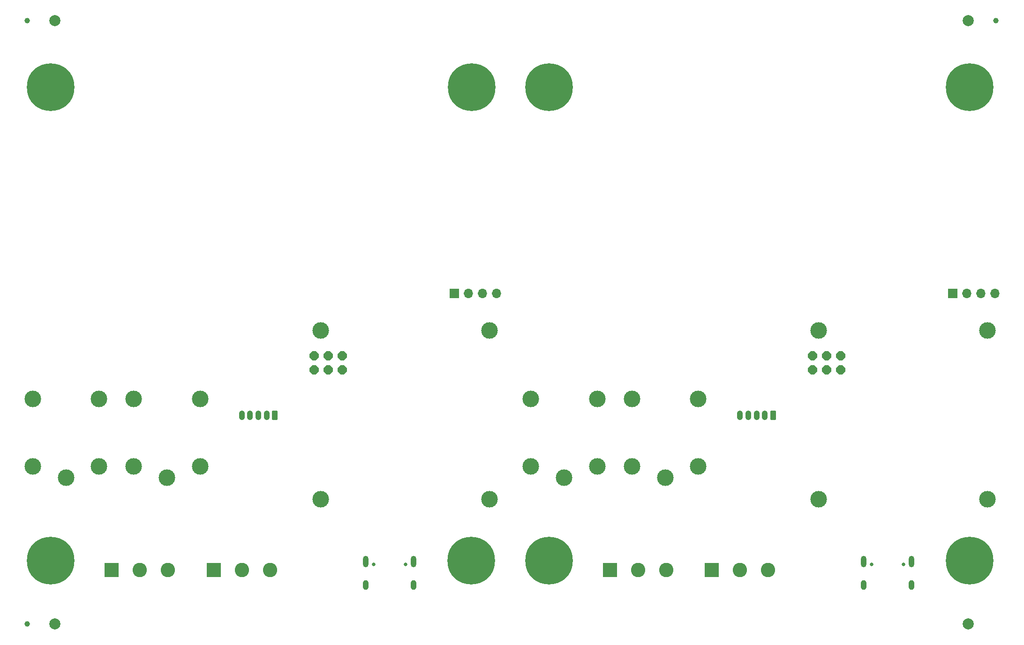
<source format=gbr>
%TF.GenerationSoftware,KiCad,Pcbnew,(7.0.0-0)*%
%TF.CreationDate,2023-03-25T06:16:28-04:00*%
%TF.ProjectId,KwartzLab-SensorBoard-Rev1-Panel,4b776172-747a-44c6-9162-2d53656e736f,1*%
%TF.SameCoordinates,Original*%
%TF.FileFunction,Soldermask,Bot*%
%TF.FilePolarity,Negative*%
%FSLAX46Y46*%
G04 Gerber Fmt 4.6, Leading zero omitted, Abs format (unit mm)*
G04 Created by KiCad (PCBNEW (7.0.0-0)) date 2023-03-25 06:16:28*
%MOMM*%
%LPD*%
G01*
G04 APERTURE LIST*
G04 Aperture macros list*
%AMRoundRect*
0 Rectangle with rounded corners*
0 $1 Rounding radius*
0 $2 $3 $4 $5 $6 $7 $8 $9 X,Y pos of 4 corners*
0 Add a 4 corners polygon primitive as box body*
4,1,4,$2,$3,$4,$5,$6,$7,$8,$9,$2,$3,0*
0 Add four circle primitives for the rounded corners*
1,1,$1+$1,$2,$3*
1,1,$1+$1,$4,$5*
1,1,$1+$1,$6,$7*
1,1,$1+$1,$8,$9*
0 Add four rect primitives between the rounded corners*
20,1,$1+$1,$2,$3,$4,$5,0*
20,1,$1+$1,$4,$5,$6,$7,0*
20,1,$1+$1,$6,$7,$8,$9,0*
20,1,$1+$1,$8,$9,$2,$3,0*%
%AMFreePoly0*
4,1,17,0.356937,0.810921,0.810921,0.356937,0.825800,0.321016,0.825800,-0.321016,0.810921,-0.356937,0.356937,-0.810921,0.321016,-0.825800,-0.321016,-0.825800,-0.356937,-0.810921,-0.810921,-0.356937,-0.825800,-0.321016,-0.825800,0.321016,-0.810921,0.356937,-0.356937,0.810921,-0.321016,0.825800,0.321016,0.825800,0.356937,0.810921,0.356937,0.810921,$1*%
G04 Aperture macros list end*
%ADD10C,0.900000*%
%ADD11C,8.600000*%
%ADD12C,2.000000*%
%ADD13R,1.700000X1.700000*%
%ADD14O,1.700000X1.700000*%
%ADD15RoundRect,0.250000X0.265000X0.615000X-0.265000X0.615000X-0.265000X-0.615000X0.265000X-0.615000X0*%
%ADD16O,1.030000X1.730000*%
%ADD17C,3.000000*%
%ADD18R,2.600000X2.600000*%
%ADD19C,2.600000*%
%ADD20FreePoly0,180.000000*%
%ADD21C,0.650000*%
%ADD22O,1.000000X2.100000*%
%ADD23O,1.000000X1.800000*%
%ADD24C,1.000000*%
G04 APERTURE END LIST*
D10*
%TO.C,H3*%
X129249994Y-34500000D03*
X130194575Y-32219581D03*
X130194575Y-36780419D03*
X132474994Y-31275000D03*
D11*
X132474994Y-34500000D03*
D10*
X132474994Y-37725000D03*
X134755413Y-32219581D03*
X134755413Y-36780419D03*
X135699994Y-34500000D03*
%TD*%
%TO.C,H3*%
X219207182Y-34500000D03*
X220151763Y-32219581D03*
X220151763Y-36780419D03*
X222432182Y-31275000D03*
D11*
X222432182Y-34500000D03*
D10*
X222432182Y-37725000D03*
X224712601Y-32219581D03*
X224712601Y-36780419D03*
X225657182Y-34500000D03*
%TD*%
%TO.C,H1*%
X53292806Y-120000000D03*
X54237387Y-117719581D03*
X54237387Y-122280419D03*
X56517806Y-116775000D03*
D11*
X56517806Y-120000000D03*
D10*
X56517806Y-123225000D03*
X58798225Y-117719581D03*
X58798225Y-122280419D03*
X59742806Y-120000000D03*
%TD*%
%TO.C,H1*%
X143249994Y-120000000D03*
X144194575Y-117719581D03*
X144194575Y-122280419D03*
X146474994Y-116775000D03*
D11*
X146474994Y-120000000D03*
D10*
X146474994Y-123225000D03*
X148755413Y-117719581D03*
X148755413Y-122280419D03*
X149699994Y-120000000D03*
%TD*%
D12*
%TO.C,REF\u002A\u002A*%
X57242806Y-22500000D03*
%TD*%
D13*
%TO.C,J1*%
X129412805Y-71749999D03*
D14*
X131952805Y-71749999D03*
X134492805Y-71749999D03*
X137032805Y-71749999D03*
%TD*%
D13*
%TO.C,J1*%
X219369993Y-71749999D03*
D14*
X221909993Y-71749999D03*
X224449993Y-71749999D03*
X226989993Y-71749999D03*
%TD*%
D10*
%TO.C,H4*%
X53292806Y-34500000D03*
X54237387Y-32219581D03*
X54237387Y-36780419D03*
X56517806Y-31275000D03*
D11*
X56517806Y-34500000D03*
D10*
X56517806Y-37725000D03*
X58798225Y-32219581D03*
X58798225Y-36780419D03*
X59742806Y-34500000D03*
%TD*%
%TO.C,H4*%
X143249994Y-34500000D03*
X144194575Y-32219581D03*
X144194575Y-36780419D03*
X146474994Y-31275000D03*
D11*
X146474994Y-34500000D03*
D10*
X146474994Y-37725000D03*
X148755413Y-32219581D03*
X148755413Y-36780419D03*
X149699994Y-34500000D03*
%TD*%
D15*
%TO.C,J3*%
X96992806Y-93750000D03*
D16*
X95492805Y-93749999D03*
X93992805Y-93749999D03*
X92492805Y-93749999D03*
X90992805Y-93749999D03*
%TD*%
D15*
%TO.C,J3*%
X186949994Y-93750000D03*
D16*
X185449993Y-93749999D03*
X183949993Y-93749999D03*
X182449993Y-93749999D03*
X180949993Y-93749999D03*
%TD*%
D17*
%TO.C,K2*%
X77492806Y-105050000D03*
X71492806Y-90850000D03*
X83492806Y-90850000D03*
X83492806Y-103050000D03*
X71492806Y-103050000D03*
%TD*%
%TO.C,K2*%
X167449994Y-105050000D03*
X161449994Y-90850000D03*
X173449994Y-90850000D03*
X173449994Y-103050000D03*
X161449994Y-103050000D03*
%TD*%
D10*
%TO.C,H2*%
X219194575Y-120000000D03*
X220139156Y-117719581D03*
X220139156Y-122280419D03*
X222419575Y-116775000D03*
D11*
X222419575Y-120000000D03*
D10*
X222419575Y-123225000D03*
X224699994Y-117719581D03*
X224699994Y-122280419D03*
X225644575Y-120000000D03*
%TD*%
%TO.C,H2*%
X129237387Y-120000000D03*
X130181968Y-117719581D03*
X130181968Y-122280419D03*
X132462387Y-116775000D03*
D11*
X132462387Y-120000000D03*
D10*
X132462387Y-123225000D03*
X134742806Y-117719581D03*
X134742806Y-122280419D03*
X135687387Y-120000000D03*
%TD*%
D18*
%TO.C,J6*%
X85907805Y-121749999D03*
D19*
X90987806Y-121750000D03*
X96067806Y-121750000D03*
%TD*%
D18*
%TO.C,J6*%
X175864993Y-121749999D03*
D19*
X180944994Y-121750000D03*
X186024994Y-121750000D03*
%TD*%
D18*
%TO.C,J5*%
X157449993Y-121749999D03*
D19*
X162529994Y-121750000D03*
X167609994Y-121750000D03*
%TD*%
D18*
%TO.C,J5*%
X67492805Y-121749999D03*
D19*
X72572806Y-121750000D03*
X77652806Y-121750000D03*
%TD*%
D12*
%TO.C,REF\u002A\u002A*%
X222157194Y-22500000D03*
%TD*%
D17*
%TO.C,J4*%
X225673122Y-108944944D03*
X225673122Y-78464944D03*
X195193122Y-108944944D03*
X195193122Y-78464944D03*
D20*
X199132922Y-83034144D03*
X199132922Y-85574144D03*
X196592922Y-83034144D03*
X196592922Y-85574144D03*
X194052922Y-83034144D03*
X194052922Y-85574144D03*
%TD*%
D17*
%TO.C,J4*%
X135715934Y-108944944D03*
X135715934Y-78464944D03*
X105235934Y-108944944D03*
X105235934Y-78464944D03*
D20*
X109175734Y-83034144D03*
X109175734Y-85574144D03*
X106635734Y-83034144D03*
X106635734Y-85574144D03*
X104095734Y-83034144D03*
X104095734Y-85574144D03*
%TD*%
D12*
%TO.C,REF\u002A\u002A*%
X57242806Y-131500000D03*
%TD*%
D21*
%TO.C,J2*%
X204739994Y-120720000D03*
X210519994Y-120720000D03*
D22*
X203309993Y-120219999D03*
D23*
X203309993Y-124399999D03*
D22*
X211949993Y-120219999D03*
D23*
X211949993Y-124399999D03*
%TD*%
D21*
%TO.C,J2*%
X114782806Y-120720000D03*
X120562806Y-120720000D03*
D22*
X113352805Y-120219999D03*
D23*
X113352805Y-124399999D03*
D22*
X121992805Y-120219999D03*
D23*
X121992805Y-124399999D03*
%TD*%
D17*
%TO.C,K1*%
X149199994Y-105050000D03*
X143199994Y-90850000D03*
X155199994Y-90850000D03*
X155199994Y-103050000D03*
X143199994Y-103050000D03*
%TD*%
%TO.C,K1*%
X59242806Y-105050000D03*
X53242806Y-90850000D03*
X65242806Y-90850000D03*
X65242806Y-103050000D03*
X53242806Y-103050000D03*
%TD*%
D12*
%TO.C,REF\u002A\u002A*%
X222157194Y-131500000D03*
%TD*%
D24*
%TO.C,REF\u002A\u002A*%
X227157194Y-22500000D03*
%TD*%
%TO.C,REF\u002A\u002A*%
X52242806Y-22500000D03*
%TD*%
%TO.C,REF\u002A\u002A*%
X52242806Y-131500000D03*
%TD*%
M02*

</source>
